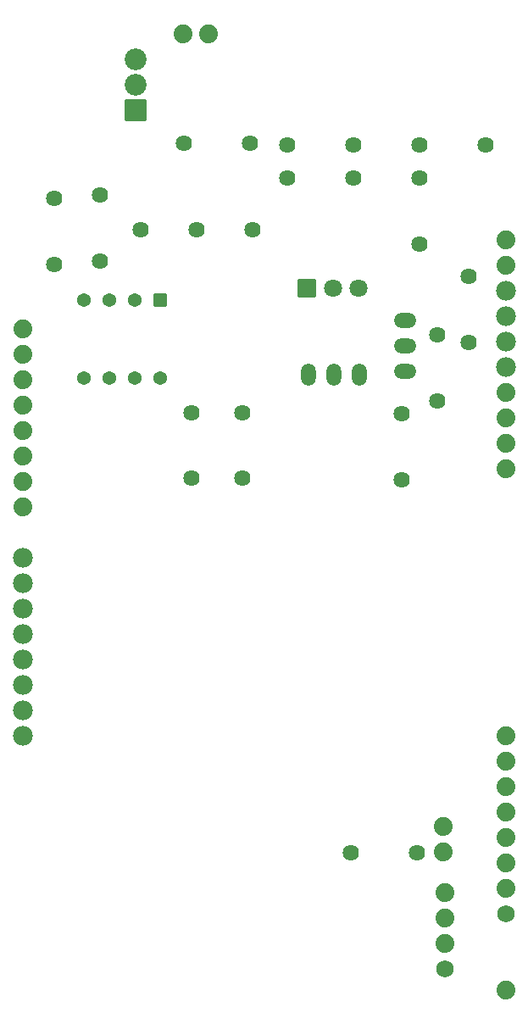
<source format=gts>
G04 Layer: TopSolderMaskLayer*
G04 EasyEDA v6.5.22, 2023-01-17 12:05:17*
G04 b103a448d6604d23990311a0c4fa42b9,79949195797447f9ac56d6811569d7a0,10*
G04 Gerber Generator version 0.2*
G04 Scale: 100 percent, Rotated: No, Reflected: No *
G04 Dimensions in millimeters *
G04 leading zeros omitted , absolute positions ,4 integer and 5 decimal *
%FSLAX45Y45*%
%MOMM*%

%AMMACRO1*1,1,$1,$2,$3*1,1,$1,$4,$5*1,1,$1,0-$2,0-$3*1,1,$1,0-$4,0-$5*20,1,$1,$2,$3,$4,$5,0*20,1,$1,$4,$5,0-$2,0-$3,0*20,1,$1,0-$2,0-$3,0-$4,0-$5,0*20,1,$1,0-$4,0-$5,$2,$3,0*4,1,4,$2,$3,$4,$5,0-$2,0-$3,0-$4,0-$5,$2,$3,0*%
%ADD10C,1.6256*%
%ADD11C,1.6260*%
%ADD12MACRO1,0.1016X-1.035X-1.035X-1.035X1.035*%
%ADD13C,2.1720*%
%ADD14C,2.1717*%
%ADD15MACRO1,0.1016X0.633X0.633X0.633X-0.633*%
%ADD16C,1.3675*%
%ADD17C,1.3680*%
%ADD18O,2.2352000000000003X1.4732*%
%ADD19O,2.2360128X1.4740128000000001*%
%ADD20O,1.4732X2.2352000000000003*%
%ADD21O,1.4740128000000001X2.2360128*%
%ADD22MACRO1,0.102X-0.85X-0.85X-0.85X0.85*%
%ADD23C,1.8016*%
%ADD24C,1.9820*%
%ADD25C,1.9812*%
%ADD26C,1.8796*%
%ADD27C,1.8800*%
%ADD28C,1.7272*%
%ADD29C,1.7280*%

%LPD*%
D10*
G01*
X-1422400Y2171700D03*
G01*
X-1422400Y2829661D03*
G01*
X0Y0D03*
G01*
X0Y657961D03*
D11*
G01*
X-508000Y50D03*
D10*
G01*
X-508000Y657961D03*
D11*
G01*
X1110437Y3002762D03*
D10*
G01*
X452500Y3002762D03*
G01*
X2260600Y1358900D03*
G01*
X2260600Y2016861D03*
D11*
G01*
X1943100Y774750D03*
D10*
G01*
X1943100Y1432661D03*
D11*
G01*
X1587500Y-12649D03*
D10*
G01*
X1587500Y645261D03*
D11*
G01*
X2428392Y3332937D03*
D10*
G01*
X1768398Y3332962D03*
D11*
G01*
X1108405Y3332937D03*
D10*
G01*
X448411Y3332962D03*
D11*
G01*
X1745409Y-3740929D03*
G01*
X1087493Y-3740945D03*
D12*
G01*
X-1066800Y3675862D03*
D13*
G01*
X-1066800Y3929837D03*
D14*
G01*
X-1066800Y4183862D03*
D10*
G01*
X1765300Y2342362D03*
G01*
X1765300Y3002356D03*
G01*
X-1879600Y2139162D03*
D11*
G01*
X-1879600Y2799130D03*
D10*
G01*
X-584200Y3345662D03*
D11*
G01*
X75793Y3345637D03*
D15*
G01*
X-825500Y1780362D03*
D16*
G01*
X-1079500Y1780362D03*
G01*
X-1333500Y1780362D03*
D17*
G01*
X-1587500Y1780336D03*
D16*
G01*
X-1587500Y999363D03*
G01*
X-1333500Y999363D03*
G01*
X-1079500Y999363D03*
G01*
X-825500Y999363D03*
D10*
G01*
X102819Y2482062D03*
G01*
X-457200Y2482062D03*
G01*
X-1017193Y2482062D03*
D18*
G01*
X1625600Y1326362D03*
D19*
G01*
X1625600Y1580337D03*
D18*
G01*
X1625600Y1072362D03*
D20*
G01*
X914400Y1034262D03*
D21*
G01*
X1168400Y1034237D03*
D20*
G01*
X660400Y1034262D03*
D22*
G01*
X642593Y1897843D03*
D23*
G01*
X1160779Y1897862D03*
G01*
X901700Y1897862D03*
D24*
G01*
X2628894Y1618396D03*
D25*
G01*
X2628900Y1872462D03*
D26*
G01*
X2628900Y2126462D03*
G01*
X2628900Y2380462D03*
D25*
G01*
X2628900Y1364462D03*
G01*
X2628900Y1110462D03*
D26*
G01*
X2628900Y856462D03*
G01*
X2628900Y602462D03*
G01*
X2628900Y348462D03*
G01*
X2628900Y94462D03*
G01*
X-2197100Y1491462D03*
G01*
X-2197100Y1237462D03*
G01*
X-2197100Y983462D03*
G01*
X-2197100Y729462D03*
G01*
X-2197100Y475462D03*
G01*
X-2197100Y221462D03*
D27*
G01*
X-2197100Y-32562D03*
D26*
G01*
X-2197100Y-286537D03*
D25*
G01*
X-2197100Y-2318537D03*
G01*
X-2197100Y-2572537D03*
G01*
X-2197100Y-1810537D03*
G01*
X-2197100Y-2064537D03*
G01*
X-2197100Y-1556537D03*
G01*
X-2197100Y-1302537D03*
G01*
X-2197100Y-1048537D03*
G01*
X-2197100Y-794537D03*
D26*
G01*
X2634741Y-2572537D03*
G01*
X2634741Y-2826537D03*
G01*
X2634741Y-3080537D03*
G01*
X2634741Y-3334537D03*
G01*
X2634741Y-3588537D03*
G01*
X2634741Y-3842537D03*
G01*
X2634741Y-4096537D03*
D28*
G01*
X2634741Y-4350537D03*
D26*
G01*
X2006600Y-3474237D03*
G01*
X2006600Y-3728237D03*
D29*
G01*
X2019300Y-4896637D03*
D26*
G01*
X2019300Y-4642637D03*
G01*
X2019300Y-4388637D03*
G01*
X2019300Y-4134637D03*
G01*
X2628900Y-5112537D03*
G01*
X-342900Y4437862D03*
G01*
X-596900Y4437862D03*
M02*

</source>
